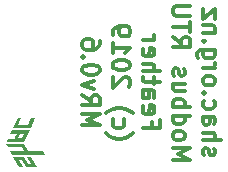
<source format=gbo>
G04 #@! TF.GenerationSoftware,KiCad,Pcbnew,(5.1.2-1)-1*
G04 #@! TF.CreationDate,2019-08-29T10:38:32+12:00*
G04 #@! TF.ProjectId,ModbusRTUFeather,4d6f6462-7573-4525-9455-466561746865,rev?*
G04 #@! TF.SameCoordinates,Original*
G04 #@! TF.FileFunction,Legend,Bot*
G04 #@! TF.FilePolarity,Positive*
%FSLAX46Y46*%
G04 Gerber Fmt 4.6, Leading zero omitted, Abs format (unit mm)*
G04 Created by KiCad (PCBNEW (5.1.2-1)-1) date 2019-08-29 10:38:32*
%MOMM*%
%LPD*%
G04 APERTURE LIST*
%ADD10C,0.300000*%
%ADD11C,0.100000*%
G04 APERTURE END LIST*
D10*
X168322857Y-110282857D02*
X168251428Y-110140000D01*
X168251428Y-109854285D01*
X168322857Y-109711428D01*
X168465714Y-109640000D01*
X168537142Y-109640000D01*
X168680000Y-109711428D01*
X168751428Y-109854285D01*
X168751428Y-110068571D01*
X168822857Y-110211428D01*
X168965714Y-110282857D01*
X169037142Y-110282857D01*
X169180000Y-110211428D01*
X169251428Y-110068571D01*
X169251428Y-109854285D01*
X169180000Y-109711428D01*
X168251428Y-108997142D02*
X169751428Y-108997142D01*
X168251428Y-108354285D02*
X169037142Y-108354285D01*
X169180000Y-108425714D01*
X169251428Y-108568571D01*
X169251428Y-108782857D01*
X169180000Y-108925714D01*
X169108571Y-108997142D01*
X168251428Y-106997142D02*
X169037142Y-106997142D01*
X169180000Y-107068571D01*
X169251428Y-107211428D01*
X169251428Y-107497142D01*
X169180000Y-107640000D01*
X168322857Y-106997142D02*
X168251428Y-107140000D01*
X168251428Y-107497142D01*
X168322857Y-107640000D01*
X168465714Y-107711428D01*
X168608571Y-107711428D01*
X168751428Y-107640000D01*
X168822857Y-107497142D01*
X168822857Y-107140000D01*
X168894285Y-106997142D01*
X168322857Y-105640000D02*
X168251428Y-105782857D01*
X168251428Y-106068571D01*
X168322857Y-106211428D01*
X168394285Y-106282857D01*
X168537142Y-106354285D01*
X168965714Y-106354285D01*
X169108571Y-106282857D01*
X169180000Y-106211428D01*
X169251428Y-106068571D01*
X169251428Y-105782857D01*
X169180000Y-105640000D01*
X168394285Y-104997142D02*
X168322857Y-104925714D01*
X168251428Y-104997142D01*
X168322857Y-105068571D01*
X168394285Y-104997142D01*
X168251428Y-104997142D01*
X168251428Y-104068571D02*
X168322857Y-104211428D01*
X168394285Y-104282857D01*
X168537142Y-104354285D01*
X168965714Y-104354285D01*
X169108571Y-104282857D01*
X169180000Y-104211428D01*
X169251428Y-104068571D01*
X169251428Y-103854285D01*
X169180000Y-103711428D01*
X169108571Y-103640000D01*
X168965714Y-103568571D01*
X168537142Y-103568571D01*
X168394285Y-103640000D01*
X168322857Y-103711428D01*
X168251428Y-103854285D01*
X168251428Y-104068571D01*
X168251428Y-102925714D02*
X169251428Y-102925714D01*
X168965714Y-102925714D02*
X169108571Y-102854285D01*
X169180000Y-102782857D01*
X169251428Y-102640000D01*
X169251428Y-102497142D01*
X169251428Y-101354285D02*
X168037142Y-101354285D01*
X167894285Y-101425714D01*
X167822857Y-101497142D01*
X167751428Y-101640000D01*
X167751428Y-101854285D01*
X167822857Y-101997142D01*
X168322857Y-101354285D02*
X168251428Y-101497142D01*
X168251428Y-101782857D01*
X168322857Y-101925714D01*
X168394285Y-101997142D01*
X168537142Y-102068571D01*
X168965714Y-102068571D01*
X169108571Y-101997142D01*
X169180000Y-101925714D01*
X169251428Y-101782857D01*
X169251428Y-101497142D01*
X169180000Y-101354285D01*
X168394285Y-100640000D02*
X168322857Y-100568571D01*
X168251428Y-100640000D01*
X168322857Y-100711428D01*
X168394285Y-100640000D01*
X168251428Y-100640000D01*
X169251428Y-99925714D02*
X168251428Y-99925714D01*
X169108571Y-99925714D02*
X169180000Y-99854285D01*
X169251428Y-99711428D01*
X169251428Y-99497142D01*
X169180000Y-99354285D01*
X169037142Y-99282857D01*
X168251428Y-99282857D01*
X169251428Y-98711428D02*
X169251428Y-97925714D01*
X168251428Y-98711428D01*
X168251428Y-97925714D01*
X165701428Y-110640000D02*
X167201428Y-110640000D01*
X166130000Y-110140000D01*
X167201428Y-109640000D01*
X165701428Y-109640000D01*
X165701428Y-108711428D02*
X165772857Y-108854285D01*
X165844285Y-108925714D01*
X165987142Y-108997142D01*
X166415714Y-108997142D01*
X166558571Y-108925714D01*
X166630000Y-108854285D01*
X166701428Y-108711428D01*
X166701428Y-108497142D01*
X166630000Y-108354285D01*
X166558571Y-108282857D01*
X166415714Y-108211428D01*
X165987142Y-108211428D01*
X165844285Y-108282857D01*
X165772857Y-108354285D01*
X165701428Y-108497142D01*
X165701428Y-108711428D01*
X165701428Y-106925714D02*
X167201428Y-106925714D01*
X165772857Y-106925714D02*
X165701428Y-107068571D01*
X165701428Y-107354285D01*
X165772857Y-107497142D01*
X165844285Y-107568571D01*
X165987142Y-107640000D01*
X166415714Y-107640000D01*
X166558571Y-107568571D01*
X166630000Y-107497142D01*
X166701428Y-107354285D01*
X166701428Y-107068571D01*
X166630000Y-106925714D01*
X165701428Y-106211428D02*
X167201428Y-106211428D01*
X166630000Y-106211428D02*
X166701428Y-106068571D01*
X166701428Y-105782857D01*
X166630000Y-105640000D01*
X166558571Y-105568571D01*
X166415714Y-105497142D01*
X165987142Y-105497142D01*
X165844285Y-105568571D01*
X165772857Y-105640000D01*
X165701428Y-105782857D01*
X165701428Y-106068571D01*
X165772857Y-106211428D01*
X166701428Y-104211428D02*
X165701428Y-104211428D01*
X166701428Y-104854285D02*
X165915714Y-104854285D01*
X165772857Y-104782857D01*
X165701428Y-104640000D01*
X165701428Y-104425714D01*
X165772857Y-104282857D01*
X165844285Y-104211428D01*
X165772857Y-103568571D02*
X165701428Y-103425714D01*
X165701428Y-103140000D01*
X165772857Y-102997142D01*
X165915714Y-102925714D01*
X165987142Y-102925714D01*
X166130000Y-102997142D01*
X166201428Y-103140000D01*
X166201428Y-103354285D01*
X166272857Y-103497142D01*
X166415714Y-103568571D01*
X166487142Y-103568571D01*
X166630000Y-103497142D01*
X166701428Y-103354285D01*
X166701428Y-103140000D01*
X166630000Y-102997142D01*
X165701428Y-100282857D02*
X166415714Y-100782857D01*
X165701428Y-101140000D02*
X167201428Y-101140000D01*
X167201428Y-100568571D01*
X167130000Y-100425714D01*
X167058571Y-100354285D01*
X166915714Y-100282857D01*
X166701428Y-100282857D01*
X166558571Y-100354285D01*
X166487142Y-100425714D01*
X166415714Y-100568571D01*
X166415714Y-101140000D01*
X167201428Y-99854285D02*
X167201428Y-98997142D01*
X165701428Y-99425714D02*
X167201428Y-99425714D01*
X167201428Y-98497142D02*
X165987142Y-98497142D01*
X165844285Y-98425714D01*
X165772857Y-98354285D01*
X165701428Y-98211428D01*
X165701428Y-97925714D01*
X165772857Y-97782857D01*
X165844285Y-97711428D01*
X165987142Y-97640000D01*
X167201428Y-97640000D01*
X163937142Y-107461428D02*
X163937142Y-107961428D01*
X163151428Y-107961428D02*
X164651428Y-107961428D01*
X164651428Y-107247142D01*
X163222857Y-106104285D02*
X163151428Y-106247142D01*
X163151428Y-106532857D01*
X163222857Y-106675714D01*
X163365714Y-106747142D01*
X163937142Y-106747142D01*
X164080000Y-106675714D01*
X164151428Y-106532857D01*
X164151428Y-106247142D01*
X164080000Y-106104285D01*
X163937142Y-106032857D01*
X163794285Y-106032857D01*
X163651428Y-106747142D01*
X163151428Y-104747142D02*
X163937142Y-104747142D01*
X164080000Y-104818571D01*
X164151428Y-104961428D01*
X164151428Y-105247142D01*
X164080000Y-105390000D01*
X163222857Y-104747142D02*
X163151428Y-104890000D01*
X163151428Y-105247142D01*
X163222857Y-105390000D01*
X163365714Y-105461428D01*
X163508571Y-105461428D01*
X163651428Y-105390000D01*
X163722857Y-105247142D01*
X163722857Y-104890000D01*
X163794285Y-104747142D01*
X164151428Y-104247142D02*
X164151428Y-103675714D01*
X164651428Y-104032857D02*
X163365714Y-104032857D01*
X163222857Y-103961428D01*
X163151428Y-103818571D01*
X163151428Y-103675714D01*
X163151428Y-103175714D02*
X164651428Y-103175714D01*
X163151428Y-102532857D02*
X163937142Y-102532857D01*
X164080000Y-102604285D01*
X164151428Y-102747142D01*
X164151428Y-102961428D01*
X164080000Y-103104285D01*
X164008571Y-103175714D01*
X163222857Y-101247142D02*
X163151428Y-101390000D01*
X163151428Y-101675714D01*
X163222857Y-101818571D01*
X163365714Y-101890000D01*
X163937142Y-101890000D01*
X164080000Y-101818571D01*
X164151428Y-101675714D01*
X164151428Y-101390000D01*
X164080000Y-101247142D01*
X163937142Y-101175714D01*
X163794285Y-101175714D01*
X163651428Y-101890000D01*
X163151428Y-100532857D02*
X164151428Y-100532857D01*
X163865714Y-100532857D02*
X164008571Y-100461428D01*
X164080000Y-100390000D01*
X164151428Y-100247142D01*
X164151428Y-100104285D01*
X160030000Y-108425714D02*
X160101428Y-108497142D01*
X160315714Y-108640000D01*
X160458571Y-108711428D01*
X160672857Y-108782857D01*
X161030000Y-108854285D01*
X161315714Y-108854285D01*
X161672857Y-108782857D01*
X161887142Y-108711428D01*
X162030000Y-108640000D01*
X162244285Y-108497142D01*
X162315714Y-108425714D01*
X160672857Y-107211428D02*
X160601428Y-107354285D01*
X160601428Y-107640000D01*
X160672857Y-107782857D01*
X160744285Y-107854285D01*
X160887142Y-107925714D01*
X161315714Y-107925714D01*
X161458571Y-107854285D01*
X161530000Y-107782857D01*
X161601428Y-107640000D01*
X161601428Y-107354285D01*
X161530000Y-107211428D01*
X160030000Y-106711428D02*
X160101428Y-106640000D01*
X160315714Y-106497142D01*
X160458571Y-106425714D01*
X160672857Y-106354285D01*
X161030000Y-106282857D01*
X161315714Y-106282857D01*
X161672857Y-106354285D01*
X161887142Y-106425714D01*
X162030000Y-106497142D01*
X162244285Y-106640000D01*
X162315714Y-106711428D01*
X161958571Y-104497142D02*
X162030000Y-104425714D01*
X162101428Y-104282857D01*
X162101428Y-103925714D01*
X162030000Y-103782857D01*
X161958571Y-103711428D01*
X161815714Y-103640000D01*
X161672857Y-103640000D01*
X161458571Y-103711428D01*
X160601428Y-104568571D01*
X160601428Y-103640000D01*
X162101428Y-102711428D02*
X162101428Y-102568571D01*
X162030000Y-102425714D01*
X161958571Y-102354285D01*
X161815714Y-102282857D01*
X161530000Y-102211428D01*
X161172857Y-102211428D01*
X160887142Y-102282857D01*
X160744285Y-102354285D01*
X160672857Y-102425714D01*
X160601428Y-102568571D01*
X160601428Y-102711428D01*
X160672857Y-102854285D01*
X160744285Y-102925714D01*
X160887142Y-102997142D01*
X161172857Y-103068571D01*
X161530000Y-103068571D01*
X161815714Y-102997142D01*
X161958571Y-102925714D01*
X162030000Y-102854285D01*
X162101428Y-102711428D01*
X160601428Y-100782857D02*
X160601428Y-101640000D01*
X160601428Y-101211428D02*
X162101428Y-101211428D01*
X161887142Y-101354285D01*
X161744285Y-101497142D01*
X161672857Y-101640000D01*
X160601428Y-100068571D02*
X160601428Y-99782857D01*
X160672857Y-99640000D01*
X160744285Y-99568571D01*
X160958571Y-99425714D01*
X161244285Y-99354285D01*
X161815714Y-99354285D01*
X161958571Y-99425714D01*
X162030000Y-99497142D01*
X162101428Y-99640000D01*
X162101428Y-99925714D01*
X162030000Y-100068571D01*
X161958571Y-100140000D01*
X161815714Y-100211428D01*
X161458571Y-100211428D01*
X161315714Y-100140000D01*
X161244285Y-100068571D01*
X161172857Y-99925714D01*
X161172857Y-99640000D01*
X161244285Y-99497142D01*
X161315714Y-99425714D01*
X161458571Y-99354285D01*
X158051428Y-107747142D02*
X159551428Y-107747142D01*
X158480000Y-107247142D01*
X159551428Y-106747142D01*
X158051428Y-106747142D01*
X158051428Y-105175714D02*
X158765714Y-105675714D01*
X158051428Y-106032857D02*
X159551428Y-106032857D01*
X159551428Y-105461428D01*
X159480000Y-105318571D01*
X159408571Y-105247142D01*
X159265714Y-105175714D01*
X159051428Y-105175714D01*
X158908571Y-105247142D01*
X158837142Y-105318571D01*
X158765714Y-105461428D01*
X158765714Y-106032857D01*
X159051428Y-104675714D02*
X158051428Y-104318571D01*
X159051428Y-103961428D01*
X159551428Y-103104285D02*
X159551428Y-102961428D01*
X159480000Y-102818571D01*
X159408571Y-102747142D01*
X159265714Y-102675714D01*
X158980000Y-102604285D01*
X158622857Y-102604285D01*
X158337142Y-102675714D01*
X158194285Y-102747142D01*
X158122857Y-102818571D01*
X158051428Y-102961428D01*
X158051428Y-103104285D01*
X158122857Y-103247142D01*
X158194285Y-103318571D01*
X158337142Y-103390000D01*
X158622857Y-103461428D01*
X158980000Y-103461428D01*
X159265714Y-103390000D01*
X159408571Y-103318571D01*
X159480000Y-103247142D01*
X159551428Y-103104285D01*
X158194285Y-101961428D02*
X158122857Y-101890000D01*
X158051428Y-101961428D01*
X158122857Y-102032857D01*
X158194285Y-101961428D01*
X158051428Y-101961428D01*
X159551428Y-100604285D02*
X159551428Y-100890000D01*
X159480000Y-101032857D01*
X159408571Y-101104285D01*
X159194285Y-101247142D01*
X158908571Y-101318571D01*
X158337142Y-101318571D01*
X158194285Y-101247142D01*
X158122857Y-101175714D01*
X158051428Y-101032857D01*
X158051428Y-100747142D01*
X158122857Y-100604285D01*
X158194285Y-100532857D01*
X158337142Y-100461428D01*
X158694285Y-100461428D01*
X158837142Y-100532857D01*
X158908571Y-100604285D01*
X158980000Y-100747142D01*
X158980000Y-101032857D01*
X158908571Y-101175714D01*
X158837142Y-101247142D01*
X158694285Y-101318571D01*
D11*
G36*
X152919720Y-109567837D02*
G01*
X153126747Y-109951918D01*
X151944894Y-109951918D01*
X152098950Y-110234388D01*
X154843965Y-110234388D01*
X154689855Y-109951918D01*
X153482277Y-109951918D01*
X153120836Y-109285183D01*
X151583299Y-109285183D01*
X151737243Y-109567837D01*
X152919720Y-109567837D01*
X152919720Y-109567837D01*
G37*
G36*
X152559382Y-107147043D02*
G01*
X152162309Y-107996708D01*
X153662804Y-107996708D01*
X154059830Y-107147043D01*
X153739618Y-107147043D01*
X153485992Y-107688879D01*
X152632726Y-107688879D01*
X152886353Y-107147043D01*
X152559382Y-107147043D01*
X152559382Y-107147043D01*
G37*
G36*
X152093802Y-108150921D02*
G01*
X151951952Y-108439824D01*
X152502404Y-108439824D01*
X153111599Y-108439824D01*
X152927803Y-108850431D01*
X152596974Y-108850389D01*
X152779538Y-108455951D01*
X152497598Y-108455908D01*
X152355846Y-108752476D01*
X152331434Y-108804585D01*
X152307021Y-108856693D01*
X152099661Y-108856693D01*
X151755491Y-108856693D01*
X151624255Y-109128282D01*
X153124230Y-109128282D01*
X153594091Y-108150921D01*
X152093819Y-108150921D01*
X152093802Y-108150921D01*
X152093802Y-108150921D01*
G37*
G36*
X153274263Y-111293092D02*
G01*
X154190216Y-111293092D01*
X153694807Y-110397785D01*
X153368862Y-110397785D01*
X153723336Y-111041971D01*
X153457910Y-111041971D01*
X153103367Y-110397785D01*
X152188779Y-110397785D01*
X152684146Y-111293092D01*
X153008585Y-111293092D01*
X152661100Y-110662368D01*
X152660536Y-110661521D01*
X152926101Y-110661521D01*
X153274170Y-111293100D01*
X153274263Y-111293092D01*
X153274263Y-111293092D01*
G37*
M02*

</source>
